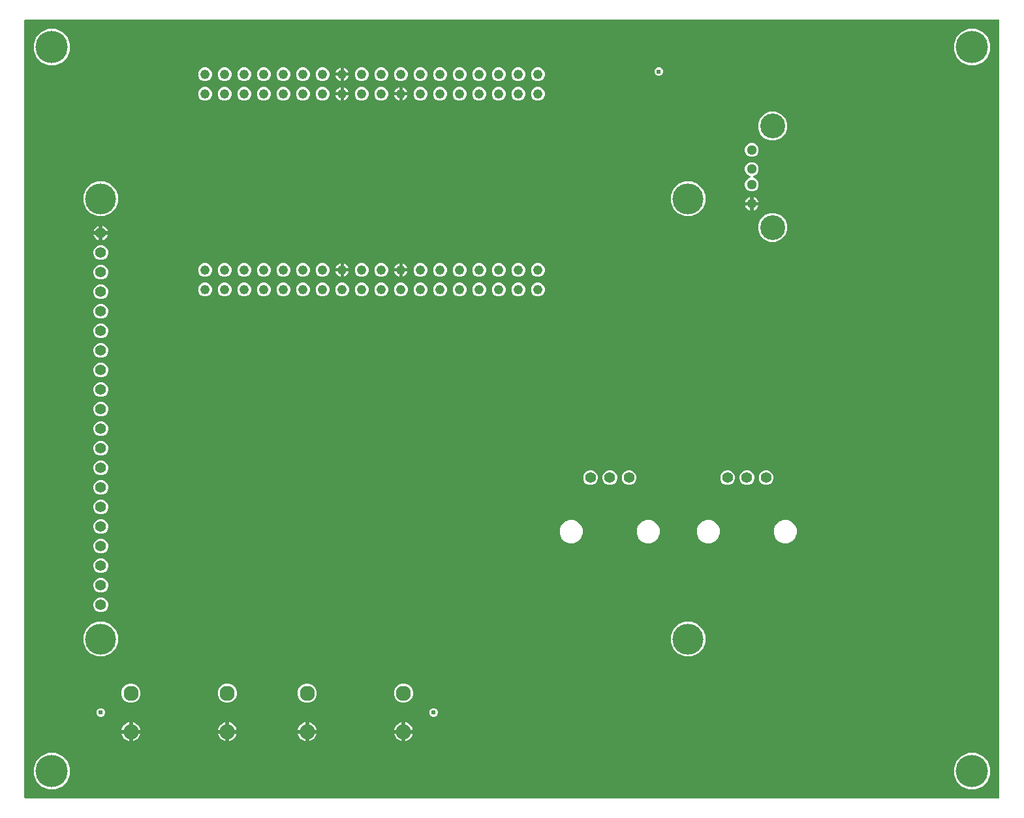
<source format=gbr>
G04 EAGLE Gerber RS-274X export*
G75*
%MOMM*%
%FSLAX34Y34*%
%LPD*%
%INCopper Layer 2*%
%IPPOS*%
%AMOC8*
5,1,8,0,0,1.08239X$1,22.5*%
G01*
%ADD10C,1.244600*%
%ADD11C,1.400000*%
%ADD12C,1.960000*%
%ADD13C,4.016000*%
%ADD14C,1.288000*%
%ADD15C,3.220000*%
%ADD16C,4.191000*%
%ADD17C,0.609600*%

G36*
X1266109Y2556D02*
X1266109Y2556D01*
X1266227Y2563D01*
X1266266Y2575D01*
X1266306Y2581D01*
X1266417Y2624D01*
X1266530Y2661D01*
X1266564Y2683D01*
X1266602Y2698D01*
X1266698Y2767D01*
X1266799Y2831D01*
X1266827Y2861D01*
X1266859Y2884D01*
X1266935Y2976D01*
X1267017Y3063D01*
X1267036Y3098D01*
X1267062Y3129D01*
X1267113Y3237D01*
X1267170Y3341D01*
X1267180Y3380D01*
X1267198Y3417D01*
X1267220Y3534D01*
X1267250Y3649D01*
X1267254Y3709D01*
X1267257Y3729D01*
X1267256Y3750D01*
X1267260Y3810D01*
X1267459Y1012190D01*
X1267444Y1012308D01*
X1267436Y1012427D01*
X1267424Y1012465D01*
X1267419Y1012505D01*
X1267375Y1012616D01*
X1267338Y1012729D01*
X1267317Y1012764D01*
X1267302Y1012801D01*
X1267232Y1012897D01*
X1267168Y1012998D01*
X1267139Y1013026D01*
X1267115Y1013058D01*
X1267023Y1013134D01*
X1266936Y1013216D01*
X1266901Y1013236D01*
X1266870Y1013261D01*
X1266762Y1013312D01*
X1266658Y1013370D01*
X1266619Y1013380D01*
X1266582Y1013397D01*
X1266465Y1013419D01*
X1266350Y1013449D01*
X1266290Y1013453D01*
X1266270Y1013457D01*
X1266250Y1013455D01*
X1266189Y1013459D01*
X3810Y1013459D01*
X3692Y1013444D01*
X3573Y1013437D01*
X3535Y1013424D01*
X3494Y1013419D01*
X3384Y1013376D01*
X3271Y1013339D01*
X3236Y1013317D01*
X3199Y1013302D01*
X3103Y1013233D01*
X3002Y1013169D01*
X2974Y1013139D01*
X2941Y1013116D01*
X2865Y1013024D01*
X2784Y1012937D01*
X2764Y1012902D01*
X2739Y1012871D01*
X2688Y1012763D01*
X2630Y1012659D01*
X2620Y1012619D01*
X2603Y1012583D01*
X2581Y1012466D01*
X2551Y1012351D01*
X2547Y1012291D01*
X2543Y1012271D01*
X2545Y1012250D01*
X2541Y1012190D01*
X2541Y3810D01*
X2556Y3692D01*
X2563Y3573D01*
X2576Y3535D01*
X2581Y3494D01*
X2624Y3384D01*
X2661Y3271D01*
X2683Y3236D01*
X2698Y3199D01*
X2767Y3103D01*
X2831Y3002D01*
X2861Y2974D01*
X2884Y2941D01*
X2976Y2865D01*
X3063Y2784D01*
X3098Y2764D01*
X3129Y2739D01*
X3237Y2688D01*
X3341Y2630D01*
X3381Y2620D01*
X3417Y2603D01*
X3534Y2581D01*
X3649Y2551D01*
X3709Y2547D01*
X3729Y2543D01*
X3750Y2545D01*
X3810Y2541D01*
X1265991Y2541D01*
X1266109Y2556D01*
G37*
%LPC*%
G36*
X1227226Y954404D02*
X1227226Y954404D01*
X1218591Y957981D01*
X1211981Y964591D01*
X1208404Y973226D01*
X1208404Y982574D01*
X1211981Y991209D01*
X1218591Y997819D01*
X1227226Y1001396D01*
X1236574Y1001396D01*
X1245209Y997819D01*
X1251819Y991209D01*
X1255396Y982574D01*
X1255396Y973226D01*
X1251819Y964591D01*
X1245209Y957981D01*
X1236574Y954404D01*
X1227226Y954404D01*
G37*
%LPD*%
%LPC*%
G36*
X33426Y954404D02*
X33426Y954404D01*
X24791Y957981D01*
X18181Y964591D01*
X14604Y973226D01*
X14604Y982574D01*
X18181Y991209D01*
X24791Y997819D01*
X33426Y1001396D01*
X42774Y1001396D01*
X51409Y997819D01*
X58019Y991209D01*
X61596Y982574D01*
X61596Y973226D01*
X58019Y964591D01*
X51409Y957981D01*
X42774Y954404D01*
X33426Y954404D01*
G37*
%LPD*%
%LPC*%
G36*
X1227226Y14604D02*
X1227226Y14604D01*
X1218591Y18181D01*
X1211981Y24791D01*
X1208404Y33426D01*
X1208404Y42774D01*
X1211981Y51409D01*
X1218591Y58019D01*
X1227226Y61596D01*
X1236574Y61596D01*
X1245209Y58019D01*
X1251819Y51409D01*
X1255396Y42774D01*
X1255396Y33426D01*
X1251819Y24791D01*
X1245209Y18181D01*
X1236574Y14604D01*
X1227226Y14604D01*
G37*
%LPD*%
%LPC*%
G36*
X33426Y14604D02*
X33426Y14604D01*
X24791Y18181D01*
X18181Y24791D01*
X14604Y33426D01*
X14604Y42774D01*
X18181Y51409D01*
X24791Y58019D01*
X33426Y61596D01*
X42774Y61596D01*
X51409Y58019D01*
X58019Y51409D01*
X61596Y42774D01*
X61596Y33426D01*
X58019Y24791D01*
X51409Y18181D01*
X42774Y14604D01*
X33426Y14604D01*
G37*
%LPD*%
%LPC*%
G36*
X97100Y186929D02*
X97100Y186929D01*
X88786Y190373D01*
X82423Y196736D01*
X78979Y205050D01*
X78979Y214050D01*
X82423Y222364D01*
X88786Y228727D01*
X97100Y232171D01*
X106100Y232171D01*
X114414Y228727D01*
X120777Y222364D01*
X124221Y214050D01*
X124221Y205050D01*
X120777Y196736D01*
X114414Y190373D01*
X106100Y186929D01*
X97100Y186929D01*
G37*
%LPD*%
%LPC*%
G36*
X859100Y758429D02*
X859100Y758429D01*
X850786Y761873D01*
X844423Y768236D01*
X840979Y776550D01*
X840979Y785550D01*
X844423Y793864D01*
X850786Y800227D01*
X859100Y803671D01*
X868100Y803671D01*
X876414Y800227D01*
X882777Y793864D01*
X886221Y785550D01*
X886221Y776550D01*
X882777Y768236D01*
X876414Y761873D01*
X868100Y758429D01*
X859100Y758429D01*
G37*
%LPD*%
%LPC*%
G36*
X97100Y758429D02*
X97100Y758429D01*
X88786Y761873D01*
X82423Y768236D01*
X78979Y776550D01*
X78979Y785550D01*
X82423Y793864D01*
X88786Y800227D01*
X97100Y803671D01*
X106100Y803671D01*
X114414Y800227D01*
X120777Y793864D01*
X124221Y785550D01*
X124221Y776550D01*
X120777Y768236D01*
X114414Y761873D01*
X106100Y758429D01*
X97100Y758429D01*
G37*
%LPD*%
%LPC*%
G36*
X859100Y186929D02*
X859100Y186929D01*
X850786Y190373D01*
X844423Y196736D01*
X840979Y205050D01*
X840979Y214050D01*
X844423Y222364D01*
X850786Y228727D01*
X859100Y232171D01*
X868100Y232171D01*
X876414Y228727D01*
X882777Y222364D01*
X886221Y214050D01*
X886221Y205050D01*
X882777Y196736D01*
X876414Y190373D01*
X868100Y186929D01*
X859100Y186929D01*
G37*
%LPD*%
%LPC*%
G36*
X969542Y725209D02*
X969542Y725209D01*
X962691Y728047D01*
X957447Y733291D01*
X954609Y740142D01*
X954609Y747558D01*
X957447Y754409D01*
X962691Y759653D01*
X969542Y762491D01*
X976958Y762491D01*
X983809Y759653D01*
X989053Y754409D01*
X991891Y747558D01*
X991891Y740142D01*
X989053Y733291D01*
X983809Y728047D01*
X976958Y725209D01*
X969542Y725209D01*
G37*
%LPD*%
%LPC*%
G36*
X969542Y856609D02*
X969542Y856609D01*
X962691Y859447D01*
X957447Y864691D01*
X954609Y871542D01*
X954609Y878958D01*
X957447Y885809D01*
X962691Y891053D01*
X969542Y893891D01*
X976958Y893891D01*
X983809Y891053D01*
X989053Y885809D01*
X991891Y878958D01*
X991891Y871542D01*
X989053Y864691D01*
X983809Y859447D01*
X976958Y856609D01*
X969542Y856609D01*
G37*
%LPD*%
%LPC*%
G36*
X986808Y334059D02*
X986808Y334059D01*
X981280Y336349D01*
X977049Y340580D01*
X974759Y346108D01*
X974759Y352092D01*
X977049Y357620D01*
X981280Y361851D01*
X986808Y364141D01*
X992792Y364141D01*
X998320Y361851D01*
X1002551Y357620D01*
X1004841Y352092D01*
X1004841Y346108D01*
X1002551Y340580D01*
X998320Y336349D01*
X992792Y334059D01*
X986808Y334059D01*
G37*
%LPD*%
%LPC*%
G36*
X886808Y334059D02*
X886808Y334059D01*
X881280Y336349D01*
X877049Y340580D01*
X874759Y346108D01*
X874759Y352092D01*
X877049Y357620D01*
X881280Y361851D01*
X886808Y364141D01*
X892792Y364141D01*
X898320Y361851D01*
X902551Y357620D01*
X904841Y352092D01*
X904841Y346108D01*
X902551Y340580D01*
X898320Y336349D01*
X892792Y334059D01*
X886808Y334059D01*
G37*
%LPD*%
%LPC*%
G36*
X809008Y334059D02*
X809008Y334059D01*
X803480Y336349D01*
X799249Y340580D01*
X796959Y346108D01*
X796959Y352092D01*
X799249Y357620D01*
X803480Y361851D01*
X809008Y364141D01*
X814992Y364141D01*
X820520Y361851D01*
X824751Y357620D01*
X827041Y352092D01*
X827041Y346108D01*
X824751Y340580D01*
X820520Y336349D01*
X814992Y334059D01*
X809008Y334059D01*
G37*
%LPD*%
%LPC*%
G36*
X709008Y334059D02*
X709008Y334059D01*
X703480Y336349D01*
X699249Y340580D01*
X696959Y346108D01*
X696959Y352092D01*
X699249Y357620D01*
X703480Y361851D01*
X709008Y364141D01*
X714992Y364141D01*
X720520Y361851D01*
X724751Y357620D01*
X727041Y352092D01*
X727041Y346108D01*
X724751Y340580D01*
X720520Y336349D01*
X714992Y334059D01*
X709008Y334059D01*
G37*
%LPD*%
%LPC*%
G36*
X944364Y790569D02*
X944364Y790569D01*
X941063Y791936D01*
X938536Y794463D01*
X937169Y797764D01*
X937169Y801336D01*
X938536Y804637D01*
X941063Y807164D01*
X943993Y808377D01*
X944114Y808446D01*
X944237Y808511D01*
X944252Y808525D01*
X944270Y808535D01*
X944370Y808632D01*
X944472Y808725D01*
X944483Y808742D01*
X944498Y808756D01*
X944571Y808875D01*
X944647Y808991D01*
X944654Y809010D01*
X944664Y809027D01*
X944705Y809160D01*
X944750Y809292D01*
X944752Y809312D01*
X944758Y809331D01*
X944765Y809470D01*
X944776Y809609D01*
X944772Y809629D01*
X944773Y809649D01*
X944745Y809785D01*
X944721Y809922D01*
X944713Y809941D01*
X944709Y809960D01*
X944647Y810086D01*
X944591Y810212D01*
X944578Y810228D01*
X944569Y810246D01*
X944479Y810352D01*
X944392Y810460D01*
X944376Y810473D01*
X944363Y810488D01*
X944249Y810568D01*
X944138Y810652D01*
X944113Y810664D01*
X944103Y810671D01*
X944083Y810678D01*
X943993Y810723D01*
X941063Y811936D01*
X938536Y814463D01*
X937169Y817764D01*
X937169Y821336D01*
X938536Y824637D01*
X941063Y827164D01*
X944364Y828531D01*
X947936Y828531D01*
X951237Y827164D01*
X953764Y824637D01*
X955131Y821336D01*
X955131Y817764D01*
X953764Y814463D01*
X951237Y811936D01*
X948307Y810723D01*
X948186Y810654D01*
X948063Y810589D01*
X948048Y810575D01*
X948030Y810565D01*
X947930Y810468D01*
X947828Y810375D01*
X947816Y810358D01*
X947802Y810344D01*
X947729Y810226D01*
X947653Y810109D01*
X947646Y810090D01*
X947636Y810073D01*
X947595Y809940D01*
X947550Y809808D01*
X947548Y809788D01*
X947542Y809769D01*
X947535Y809630D01*
X947524Y809491D01*
X947528Y809471D01*
X947527Y809451D01*
X947555Y809315D01*
X947579Y809178D01*
X947587Y809159D01*
X947591Y809140D01*
X947652Y809015D01*
X947709Y808888D01*
X947722Y808872D01*
X947731Y808854D01*
X947821Y808748D01*
X947908Y808640D01*
X947924Y808627D01*
X947937Y808612D01*
X948051Y808532D01*
X948162Y808448D01*
X948187Y808436D01*
X948197Y808429D01*
X948217Y808422D01*
X948307Y808377D01*
X951237Y807164D01*
X953764Y804637D01*
X955131Y801336D01*
X955131Y797764D01*
X953764Y794463D01*
X951237Y791936D01*
X947936Y790569D01*
X944364Y790569D01*
G37*
%LPD*%
%LPC*%
G36*
X366845Y126959D02*
X366845Y126959D01*
X362310Y128838D01*
X358838Y132310D01*
X356959Y136845D01*
X356959Y141755D01*
X358838Y146290D01*
X362310Y149762D01*
X366845Y151641D01*
X371755Y151641D01*
X376290Y149762D01*
X379762Y146290D01*
X381641Y141755D01*
X381641Y136845D01*
X379762Y132310D01*
X376290Y128838D01*
X371755Y126959D01*
X366845Y126959D01*
G37*
%LPD*%
%LPC*%
G36*
X491845Y126959D02*
X491845Y126959D01*
X487310Y128838D01*
X483838Y132310D01*
X481959Y136845D01*
X481959Y141755D01*
X483838Y146290D01*
X487310Y149762D01*
X491845Y151641D01*
X496755Y151641D01*
X501290Y149762D01*
X504762Y146290D01*
X506641Y141755D01*
X506641Y136845D01*
X504762Y132310D01*
X501290Y128838D01*
X496755Y126959D01*
X491845Y126959D01*
G37*
%LPD*%
%LPC*%
G36*
X138245Y126959D02*
X138245Y126959D01*
X133710Y128838D01*
X130238Y132310D01*
X128359Y136845D01*
X128359Y141755D01*
X130238Y146290D01*
X133710Y149762D01*
X138245Y151641D01*
X143155Y151641D01*
X147690Y149762D01*
X151162Y146290D01*
X153041Y141755D01*
X153041Y136845D01*
X151162Y132310D01*
X147690Y128838D01*
X143155Y126959D01*
X138245Y126959D01*
G37*
%LPD*%
%LPC*%
G36*
X263245Y126959D02*
X263245Y126959D01*
X258710Y128838D01*
X255238Y132310D01*
X253359Y136845D01*
X253359Y141755D01*
X255238Y146290D01*
X258710Y149762D01*
X263245Y151641D01*
X268155Y151641D01*
X272690Y149762D01*
X276162Y146290D01*
X278041Y141755D01*
X278041Y136845D01*
X276162Y132310D01*
X272690Y128838D01*
X268155Y126959D01*
X263245Y126959D01*
G37*
%LPD*%
%LPC*%
G36*
X99702Y244459D02*
X99702Y244459D01*
X96196Y245912D01*
X93512Y248596D01*
X92059Y252102D01*
X92059Y255898D01*
X93512Y259404D01*
X96196Y262088D01*
X99702Y263541D01*
X103498Y263541D01*
X107004Y262088D01*
X109688Y259404D01*
X111141Y255898D01*
X111141Y252102D01*
X109688Y248596D01*
X107004Y245912D01*
X103498Y244459D01*
X99702Y244459D01*
G37*
%LPD*%
%LPC*%
G36*
X99702Y269859D02*
X99702Y269859D01*
X96196Y271312D01*
X93512Y273996D01*
X92059Y277502D01*
X92059Y281298D01*
X93512Y284804D01*
X96196Y287488D01*
X99702Y288941D01*
X103498Y288941D01*
X107004Y287488D01*
X109688Y284804D01*
X111141Y281298D01*
X111141Y277502D01*
X109688Y273996D01*
X107004Y271312D01*
X103498Y269859D01*
X99702Y269859D01*
G37*
%LPD*%
%LPC*%
G36*
X99702Y295259D02*
X99702Y295259D01*
X96196Y296712D01*
X93512Y299396D01*
X92059Y302902D01*
X92059Y306698D01*
X93512Y310204D01*
X96196Y312888D01*
X99702Y314341D01*
X103498Y314341D01*
X107004Y312888D01*
X109688Y310204D01*
X111141Y306698D01*
X111141Y302902D01*
X109688Y299396D01*
X107004Y296712D01*
X103498Y295259D01*
X99702Y295259D01*
G37*
%LPD*%
%LPC*%
G36*
X99702Y320659D02*
X99702Y320659D01*
X96196Y322112D01*
X93512Y324796D01*
X92059Y328302D01*
X92059Y332098D01*
X93512Y335604D01*
X96196Y338288D01*
X99702Y339741D01*
X103498Y339741D01*
X107004Y338288D01*
X109688Y335604D01*
X111141Y332098D01*
X111141Y328302D01*
X109688Y324796D01*
X107004Y322112D01*
X103498Y320659D01*
X99702Y320659D01*
G37*
%LPD*%
%LPC*%
G36*
X99702Y346059D02*
X99702Y346059D01*
X96196Y347512D01*
X93512Y350196D01*
X92059Y353702D01*
X92059Y357498D01*
X93512Y361004D01*
X96196Y363688D01*
X99702Y365141D01*
X103498Y365141D01*
X107004Y363688D01*
X109688Y361004D01*
X111141Y357498D01*
X111141Y353702D01*
X109688Y350196D01*
X107004Y347512D01*
X103498Y346059D01*
X99702Y346059D01*
G37*
%LPD*%
%LPC*%
G36*
X99702Y371459D02*
X99702Y371459D01*
X96196Y372912D01*
X93512Y375596D01*
X92059Y379102D01*
X92059Y382898D01*
X93512Y386404D01*
X96196Y389088D01*
X99702Y390541D01*
X103498Y390541D01*
X107004Y389088D01*
X109688Y386404D01*
X111141Y382898D01*
X111141Y379102D01*
X109688Y375596D01*
X107004Y372912D01*
X103498Y371459D01*
X99702Y371459D01*
G37*
%LPD*%
%LPC*%
G36*
X99702Y396859D02*
X99702Y396859D01*
X96196Y398312D01*
X93512Y400996D01*
X92059Y404502D01*
X92059Y408298D01*
X93512Y411804D01*
X96196Y414488D01*
X99702Y415941D01*
X103498Y415941D01*
X107004Y414488D01*
X109688Y411804D01*
X111141Y408298D01*
X111141Y404502D01*
X109688Y400996D01*
X107004Y398312D01*
X103498Y396859D01*
X99702Y396859D01*
G37*
%LPD*%
%LPC*%
G36*
X785102Y409559D02*
X785102Y409559D01*
X781596Y411012D01*
X778912Y413696D01*
X777459Y417202D01*
X777459Y420998D01*
X778912Y424504D01*
X781596Y427188D01*
X785102Y428641D01*
X788898Y428641D01*
X792404Y427188D01*
X795088Y424504D01*
X796541Y420998D01*
X796541Y417202D01*
X795088Y413696D01*
X792404Y411012D01*
X788898Y409559D01*
X785102Y409559D01*
G37*
%LPD*%
%LPC*%
G36*
X912902Y409559D02*
X912902Y409559D01*
X909396Y411012D01*
X906712Y413696D01*
X905259Y417202D01*
X905259Y420998D01*
X906712Y424504D01*
X909396Y427188D01*
X912902Y428641D01*
X916698Y428641D01*
X920204Y427188D01*
X922888Y424504D01*
X924341Y420998D01*
X924341Y417202D01*
X922888Y413696D01*
X920204Y411012D01*
X916698Y409559D01*
X912902Y409559D01*
G37*
%LPD*%
%LPC*%
G36*
X937902Y409559D02*
X937902Y409559D01*
X934396Y411012D01*
X931712Y413696D01*
X930259Y417202D01*
X930259Y420998D01*
X931712Y424504D01*
X934396Y427188D01*
X937902Y428641D01*
X941698Y428641D01*
X945204Y427188D01*
X947888Y424504D01*
X949341Y420998D01*
X949341Y417202D01*
X947888Y413696D01*
X945204Y411012D01*
X941698Y409559D01*
X937902Y409559D01*
G37*
%LPD*%
%LPC*%
G36*
X962902Y409559D02*
X962902Y409559D01*
X959396Y411012D01*
X956712Y413696D01*
X955259Y417202D01*
X955259Y420998D01*
X956712Y424504D01*
X959396Y427188D01*
X962902Y428641D01*
X966698Y428641D01*
X970204Y427188D01*
X972888Y424504D01*
X974341Y420998D01*
X974341Y417202D01*
X972888Y413696D01*
X970204Y411012D01*
X966698Y409559D01*
X962902Y409559D01*
G37*
%LPD*%
%LPC*%
G36*
X735102Y409559D02*
X735102Y409559D01*
X731596Y411012D01*
X728912Y413696D01*
X727459Y417202D01*
X727459Y420998D01*
X728912Y424504D01*
X731596Y427188D01*
X735102Y428641D01*
X738898Y428641D01*
X742404Y427188D01*
X745088Y424504D01*
X746541Y420998D01*
X746541Y417202D01*
X745088Y413696D01*
X742404Y411012D01*
X738898Y409559D01*
X735102Y409559D01*
G37*
%LPD*%
%LPC*%
G36*
X760102Y409559D02*
X760102Y409559D01*
X756596Y411012D01*
X753912Y413696D01*
X752459Y417202D01*
X752459Y420998D01*
X753912Y424504D01*
X756596Y427188D01*
X760102Y428641D01*
X763898Y428641D01*
X767404Y427188D01*
X770088Y424504D01*
X771541Y420998D01*
X771541Y417202D01*
X770088Y413696D01*
X767404Y411012D01*
X763898Y409559D01*
X760102Y409559D01*
G37*
%LPD*%
%LPC*%
G36*
X99702Y422259D02*
X99702Y422259D01*
X96196Y423712D01*
X93512Y426396D01*
X92059Y429902D01*
X92059Y433698D01*
X93512Y437204D01*
X96196Y439888D01*
X99702Y441341D01*
X103498Y441341D01*
X107004Y439888D01*
X109688Y437204D01*
X111141Y433698D01*
X111141Y429902D01*
X109688Y426396D01*
X107004Y423712D01*
X103498Y422259D01*
X99702Y422259D01*
G37*
%LPD*%
%LPC*%
G36*
X99702Y447659D02*
X99702Y447659D01*
X96196Y449112D01*
X93512Y451796D01*
X92059Y455302D01*
X92059Y459098D01*
X93512Y462604D01*
X96196Y465288D01*
X99702Y466741D01*
X103498Y466741D01*
X107004Y465288D01*
X109688Y462604D01*
X111141Y459098D01*
X111141Y455302D01*
X109688Y451796D01*
X107004Y449112D01*
X103498Y447659D01*
X99702Y447659D01*
G37*
%LPD*%
%LPC*%
G36*
X99702Y473059D02*
X99702Y473059D01*
X96196Y474512D01*
X93512Y477196D01*
X92059Y480702D01*
X92059Y484498D01*
X93512Y488004D01*
X96196Y490688D01*
X99702Y492141D01*
X103498Y492141D01*
X107004Y490688D01*
X109688Y488004D01*
X111141Y484498D01*
X111141Y480702D01*
X109688Y477196D01*
X107004Y474512D01*
X103498Y473059D01*
X99702Y473059D01*
G37*
%LPD*%
%LPC*%
G36*
X99702Y498459D02*
X99702Y498459D01*
X96196Y499912D01*
X93512Y502596D01*
X92059Y506102D01*
X92059Y509898D01*
X93512Y513404D01*
X96196Y516088D01*
X99702Y517541D01*
X103498Y517541D01*
X107004Y516088D01*
X109688Y513404D01*
X111141Y509898D01*
X111141Y506102D01*
X109688Y502596D01*
X107004Y499912D01*
X103498Y498459D01*
X99702Y498459D01*
G37*
%LPD*%
%LPC*%
G36*
X99702Y523859D02*
X99702Y523859D01*
X96196Y525312D01*
X93512Y527996D01*
X92059Y531502D01*
X92059Y535298D01*
X93512Y538804D01*
X96196Y541488D01*
X99702Y542941D01*
X103498Y542941D01*
X107004Y541488D01*
X109688Y538804D01*
X111141Y535298D01*
X111141Y531502D01*
X109688Y527996D01*
X107004Y525312D01*
X103498Y523859D01*
X99702Y523859D01*
G37*
%LPD*%
%LPC*%
G36*
X99702Y549259D02*
X99702Y549259D01*
X96196Y550712D01*
X93512Y553396D01*
X92059Y556902D01*
X92059Y560698D01*
X93512Y564204D01*
X96196Y566888D01*
X99702Y568341D01*
X103498Y568341D01*
X107004Y566888D01*
X109688Y564204D01*
X111141Y560698D01*
X111141Y556902D01*
X109688Y553396D01*
X107004Y550712D01*
X103498Y549259D01*
X99702Y549259D01*
G37*
%LPD*%
%LPC*%
G36*
X99702Y574659D02*
X99702Y574659D01*
X96196Y576112D01*
X93512Y578796D01*
X92059Y582302D01*
X92059Y586098D01*
X93512Y589604D01*
X96196Y592288D01*
X99702Y593741D01*
X103498Y593741D01*
X107004Y592288D01*
X109688Y589604D01*
X111141Y586098D01*
X111141Y582302D01*
X109688Y578796D01*
X107004Y576112D01*
X103498Y574659D01*
X99702Y574659D01*
G37*
%LPD*%
%LPC*%
G36*
X99702Y600059D02*
X99702Y600059D01*
X96196Y601512D01*
X93512Y604196D01*
X92059Y607702D01*
X92059Y611498D01*
X93512Y615004D01*
X96196Y617688D01*
X99702Y619141D01*
X103498Y619141D01*
X107004Y617688D01*
X109688Y615004D01*
X111141Y611498D01*
X111141Y607702D01*
X109688Y604196D01*
X107004Y601512D01*
X103498Y600059D01*
X99702Y600059D01*
G37*
%LPD*%
%LPC*%
G36*
X99702Y625459D02*
X99702Y625459D01*
X96196Y626912D01*
X93512Y629596D01*
X92059Y633102D01*
X92059Y636898D01*
X93512Y640404D01*
X96196Y643088D01*
X99702Y644541D01*
X103498Y644541D01*
X107004Y643088D01*
X109688Y640404D01*
X111141Y636898D01*
X111141Y633102D01*
X109688Y629596D01*
X107004Y626912D01*
X103498Y625459D01*
X99702Y625459D01*
G37*
%LPD*%
%LPC*%
G36*
X99702Y650859D02*
X99702Y650859D01*
X96196Y652312D01*
X93512Y654996D01*
X92059Y658502D01*
X92059Y662298D01*
X93512Y665804D01*
X96196Y668488D01*
X99702Y669941D01*
X103498Y669941D01*
X107004Y668488D01*
X109688Y665804D01*
X111141Y662298D01*
X111141Y658502D01*
X109688Y654996D01*
X107004Y652312D01*
X103498Y650859D01*
X99702Y650859D01*
G37*
%LPD*%
%LPC*%
G36*
X99702Y676259D02*
X99702Y676259D01*
X96196Y677712D01*
X93512Y680396D01*
X92059Y683902D01*
X92059Y687698D01*
X93512Y691204D01*
X96196Y693888D01*
X99702Y695341D01*
X103498Y695341D01*
X107004Y693888D01*
X109688Y691204D01*
X111141Y687698D01*
X111141Y683902D01*
X109688Y680396D01*
X107004Y677712D01*
X103498Y676259D01*
X99702Y676259D01*
G37*
%LPD*%
%LPC*%
G36*
X99702Y701659D02*
X99702Y701659D01*
X96196Y703112D01*
X93512Y705796D01*
X92059Y709302D01*
X92059Y713098D01*
X93512Y716604D01*
X96196Y719288D01*
X99702Y720741D01*
X103498Y720741D01*
X107004Y719288D01*
X109688Y716604D01*
X111141Y713098D01*
X111141Y709302D01*
X109688Y705796D01*
X107004Y703112D01*
X103498Y701659D01*
X99702Y701659D01*
G37*
%LPD*%
%LPC*%
G36*
X944364Y835569D02*
X944364Y835569D01*
X941063Y836936D01*
X938536Y839463D01*
X937169Y842764D01*
X937169Y846336D01*
X938536Y849637D01*
X941063Y852164D01*
X944364Y853531D01*
X947936Y853531D01*
X951237Y852164D01*
X953764Y849637D01*
X955131Y846336D01*
X955131Y842764D01*
X953764Y839463D01*
X951237Y836936D01*
X947936Y835569D01*
X944364Y835569D01*
G37*
%LPD*%
%LPC*%
G36*
X311357Y679836D02*
X311357Y679836D01*
X308136Y681170D01*
X305670Y683636D01*
X304336Y686857D01*
X304336Y690343D01*
X305670Y693564D01*
X308136Y696030D01*
X311357Y697364D01*
X314843Y697364D01*
X318064Y696030D01*
X320530Y693564D01*
X321864Y690343D01*
X321864Y686857D01*
X320530Y683636D01*
X318064Y681170D01*
X314843Y679836D01*
X311357Y679836D01*
G37*
%LPD*%
%LPC*%
G36*
X616157Y654436D02*
X616157Y654436D01*
X612936Y655770D01*
X610470Y658236D01*
X609136Y661457D01*
X609136Y664943D01*
X610470Y668164D01*
X612936Y670630D01*
X616157Y671964D01*
X619643Y671964D01*
X622864Y670630D01*
X625330Y668164D01*
X626664Y664943D01*
X626664Y661457D01*
X625330Y658236D01*
X622864Y655770D01*
X619643Y654436D01*
X616157Y654436D01*
G37*
%LPD*%
%LPC*%
G36*
X311357Y933836D02*
X311357Y933836D01*
X308136Y935170D01*
X305670Y937636D01*
X304336Y940857D01*
X304336Y944343D01*
X305670Y947564D01*
X308136Y950030D01*
X311357Y951364D01*
X314843Y951364D01*
X318064Y950030D01*
X320530Y947564D01*
X321864Y944343D01*
X321864Y940857D01*
X320530Y937636D01*
X318064Y935170D01*
X314843Y933836D01*
X311357Y933836D01*
G37*
%LPD*%
%LPC*%
G36*
X387557Y933836D02*
X387557Y933836D01*
X384336Y935170D01*
X381870Y937636D01*
X380536Y940857D01*
X380536Y944343D01*
X381870Y947564D01*
X384336Y950030D01*
X387557Y951364D01*
X391043Y951364D01*
X394264Y950030D01*
X396730Y947564D01*
X398064Y944343D01*
X398064Y940857D01*
X396730Y937636D01*
X394264Y935170D01*
X391043Y933836D01*
X387557Y933836D01*
G37*
%LPD*%
%LPC*%
G36*
X285957Y933836D02*
X285957Y933836D01*
X282736Y935170D01*
X280270Y937636D01*
X278936Y940857D01*
X278936Y944343D01*
X280270Y947564D01*
X282736Y950030D01*
X285957Y951364D01*
X289443Y951364D01*
X292664Y950030D01*
X295130Y947564D01*
X296464Y944343D01*
X296464Y940857D01*
X295130Y937636D01*
X292664Y935170D01*
X289443Y933836D01*
X285957Y933836D01*
G37*
%LPD*%
%LPC*%
G36*
X438357Y933836D02*
X438357Y933836D01*
X435136Y935170D01*
X432670Y937636D01*
X431336Y940857D01*
X431336Y944343D01*
X432670Y947564D01*
X435136Y950030D01*
X438357Y951364D01*
X441843Y951364D01*
X445064Y950030D01*
X447530Y947564D01*
X448864Y944343D01*
X448864Y940857D01*
X447530Y937636D01*
X445064Y935170D01*
X441843Y933836D01*
X438357Y933836D01*
G37*
%LPD*%
%LPC*%
G36*
X463757Y933836D02*
X463757Y933836D01*
X460536Y935170D01*
X458070Y937636D01*
X456736Y940857D01*
X456736Y944343D01*
X458070Y947564D01*
X460536Y950030D01*
X463757Y951364D01*
X467243Y951364D01*
X470464Y950030D01*
X472930Y947564D01*
X474264Y944343D01*
X474264Y940857D01*
X472930Y937636D01*
X470464Y935170D01*
X467243Y933836D01*
X463757Y933836D01*
G37*
%LPD*%
%LPC*%
G36*
X489157Y933836D02*
X489157Y933836D01*
X485936Y935170D01*
X483470Y937636D01*
X482136Y940857D01*
X482136Y944343D01*
X483470Y947564D01*
X485936Y950030D01*
X489157Y951364D01*
X492643Y951364D01*
X495864Y950030D01*
X498330Y947564D01*
X499664Y944343D01*
X499664Y940857D01*
X498330Y937636D01*
X495864Y935170D01*
X492643Y933836D01*
X489157Y933836D01*
G37*
%LPD*%
%LPC*%
G36*
X260557Y933836D02*
X260557Y933836D01*
X257336Y935170D01*
X254870Y937636D01*
X253536Y940857D01*
X253536Y944343D01*
X254870Y947564D01*
X257336Y950030D01*
X260557Y951364D01*
X264043Y951364D01*
X267264Y950030D01*
X269730Y947564D01*
X271064Y944343D01*
X271064Y940857D01*
X269730Y937636D01*
X267264Y935170D01*
X264043Y933836D01*
X260557Y933836D01*
G37*
%LPD*%
%LPC*%
G36*
X666957Y933836D02*
X666957Y933836D01*
X663736Y935170D01*
X661270Y937636D01*
X659936Y940857D01*
X659936Y944343D01*
X661270Y947564D01*
X663736Y950030D01*
X666957Y951364D01*
X670443Y951364D01*
X673664Y950030D01*
X676130Y947564D01*
X677464Y944343D01*
X677464Y940857D01*
X676130Y937636D01*
X673664Y935170D01*
X670443Y933836D01*
X666957Y933836D01*
G37*
%LPD*%
%LPC*%
G36*
X235157Y933836D02*
X235157Y933836D01*
X231936Y935170D01*
X229470Y937636D01*
X228136Y940857D01*
X228136Y944343D01*
X229470Y947564D01*
X231936Y950030D01*
X235157Y951364D01*
X238643Y951364D01*
X241864Y950030D01*
X244330Y947564D01*
X245664Y944343D01*
X245664Y940857D01*
X244330Y937636D01*
X241864Y935170D01*
X238643Y933836D01*
X235157Y933836D01*
G37*
%LPD*%
%LPC*%
G36*
X362157Y933836D02*
X362157Y933836D01*
X358936Y935170D01*
X356470Y937636D01*
X355136Y940857D01*
X355136Y944343D01*
X356470Y947564D01*
X358936Y950030D01*
X362157Y951364D01*
X365643Y951364D01*
X368864Y950030D01*
X371330Y947564D01*
X372664Y944343D01*
X372664Y940857D01*
X371330Y937636D01*
X368864Y935170D01*
X365643Y933836D01*
X362157Y933836D01*
G37*
%LPD*%
%LPC*%
G36*
X514557Y933836D02*
X514557Y933836D01*
X511336Y935170D01*
X508870Y937636D01*
X507536Y940857D01*
X507536Y944343D01*
X508870Y947564D01*
X511336Y950030D01*
X514557Y951364D01*
X518043Y951364D01*
X521264Y950030D01*
X523730Y947564D01*
X525064Y944343D01*
X525064Y940857D01*
X523730Y937636D01*
X521264Y935170D01*
X518043Y933836D01*
X514557Y933836D01*
G37*
%LPD*%
%LPC*%
G36*
X641557Y933836D02*
X641557Y933836D01*
X638336Y935170D01*
X635870Y937636D01*
X634536Y940857D01*
X634536Y944343D01*
X635870Y947564D01*
X638336Y950030D01*
X641557Y951364D01*
X645043Y951364D01*
X648264Y950030D01*
X650730Y947564D01*
X652064Y944343D01*
X652064Y940857D01*
X650730Y937636D01*
X648264Y935170D01*
X645043Y933836D01*
X641557Y933836D01*
G37*
%LPD*%
%LPC*%
G36*
X616157Y933836D02*
X616157Y933836D01*
X612936Y935170D01*
X610470Y937636D01*
X609136Y940857D01*
X609136Y944343D01*
X610470Y947564D01*
X612936Y950030D01*
X616157Y951364D01*
X619643Y951364D01*
X622864Y950030D01*
X625330Y947564D01*
X626664Y944343D01*
X626664Y940857D01*
X625330Y937636D01*
X622864Y935170D01*
X619643Y933836D01*
X616157Y933836D01*
G37*
%LPD*%
%LPC*%
G36*
X590757Y933836D02*
X590757Y933836D01*
X587536Y935170D01*
X585070Y937636D01*
X583736Y940857D01*
X583736Y944343D01*
X585070Y947564D01*
X587536Y950030D01*
X590757Y951364D01*
X594243Y951364D01*
X597464Y950030D01*
X599930Y947564D01*
X601264Y944343D01*
X601264Y940857D01*
X599930Y937636D01*
X597464Y935170D01*
X594243Y933836D01*
X590757Y933836D01*
G37*
%LPD*%
%LPC*%
G36*
X565357Y933836D02*
X565357Y933836D01*
X562136Y935170D01*
X559670Y937636D01*
X558336Y940857D01*
X558336Y944343D01*
X559670Y947564D01*
X562136Y950030D01*
X565357Y951364D01*
X568843Y951364D01*
X572064Y950030D01*
X574530Y947564D01*
X575864Y944343D01*
X575864Y940857D01*
X574530Y937636D01*
X572064Y935170D01*
X568843Y933836D01*
X565357Y933836D01*
G37*
%LPD*%
%LPC*%
G36*
X311357Y908436D02*
X311357Y908436D01*
X308136Y909770D01*
X305670Y912236D01*
X304336Y915457D01*
X304336Y918943D01*
X305670Y922164D01*
X308136Y924630D01*
X311357Y925964D01*
X314843Y925964D01*
X318064Y924630D01*
X320530Y922164D01*
X321864Y918943D01*
X321864Y915457D01*
X320530Y912236D01*
X318064Y909770D01*
X314843Y908436D01*
X311357Y908436D01*
G37*
%LPD*%
%LPC*%
G36*
X260557Y679836D02*
X260557Y679836D01*
X257336Y681170D01*
X254870Y683636D01*
X253536Y686857D01*
X253536Y690343D01*
X254870Y693564D01*
X257336Y696030D01*
X260557Y697364D01*
X264043Y697364D01*
X267264Y696030D01*
X269730Y693564D01*
X271064Y690343D01*
X271064Y686857D01*
X269730Y683636D01*
X267264Y681170D01*
X264043Y679836D01*
X260557Y679836D01*
G37*
%LPD*%
%LPC*%
G36*
X235157Y679836D02*
X235157Y679836D01*
X231936Y681170D01*
X229470Y683636D01*
X228136Y686857D01*
X228136Y690343D01*
X229470Y693564D01*
X231936Y696030D01*
X235157Y697364D01*
X238643Y697364D01*
X241864Y696030D01*
X244330Y693564D01*
X245664Y690343D01*
X245664Y686857D01*
X244330Y683636D01*
X241864Y681170D01*
X238643Y679836D01*
X235157Y679836D01*
G37*
%LPD*%
%LPC*%
G36*
X666957Y679836D02*
X666957Y679836D01*
X663736Y681170D01*
X661270Y683636D01*
X659936Y686857D01*
X659936Y690343D01*
X661270Y693564D01*
X663736Y696030D01*
X666957Y697364D01*
X670443Y697364D01*
X673664Y696030D01*
X676130Y693564D01*
X677464Y690343D01*
X677464Y686857D01*
X676130Y683636D01*
X673664Y681170D01*
X670443Y679836D01*
X666957Y679836D01*
G37*
%LPD*%
%LPC*%
G36*
X641557Y679836D02*
X641557Y679836D01*
X638336Y681170D01*
X635870Y683636D01*
X634536Y686857D01*
X634536Y690343D01*
X635870Y693564D01*
X638336Y696030D01*
X641557Y697364D01*
X645043Y697364D01*
X648264Y696030D01*
X650730Y693564D01*
X652064Y690343D01*
X652064Y686857D01*
X650730Y683636D01*
X648264Y681170D01*
X645043Y679836D01*
X641557Y679836D01*
G37*
%LPD*%
%LPC*%
G36*
X616157Y679836D02*
X616157Y679836D01*
X612936Y681170D01*
X610470Y683636D01*
X609136Y686857D01*
X609136Y690343D01*
X610470Y693564D01*
X612936Y696030D01*
X616157Y697364D01*
X619643Y697364D01*
X622864Y696030D01*
X625330Y693564D01*
X626664Y690343D01*
X626664Y686857D01*
X625330Y683636D01*
X622864Y681170D01*
X619643Y679836D01*
X616157Y679836D01*
G37*
%LPD*%
%LPC*%
G36*
X590757Y679836D02*
X590757Y679836D01*
X587536Y681170D01*
X585070Y683636D01*
X583736Y686857D01*
X583736Y690343D01*
X585070Y693564D01*
X587536Y696030D01*
X590757Y697364D01*
X594243Y697364D01*
X597464Y696030D01*
X599930Y693564D01*
X601264Y690343D01*
X601264Y686857D01*
X599930Y683636D01*
X597464Y681170D01*
X594243Y679836D01*
X590757Y679836D01*
G37*
%LPD*%
%LPC*%
G36*
X565357Y679836D02*
X565357Y679836D01*
X562136Y681170D01*
X559670Y683636D01*
X558336Y686857D01*
X558336Y690343D01*
X559670Y693564D01*
X562136Y696030D01*
X565357Y697364D01*
X568843Y697364D01*
X572064Y696030D01*
X574530Y693564D01*
X575864Y690343D01*
X575864Y686857D01*
X574530Y683636D01*
X572064Y681170D01*
X568843Y679836D01*
X565357Y679836D01*
G37*
%LPD*%
%LPC*%
G36*
X336757Y933836D02*
X336757Y933836D01*
X333536Y935170D01*
X331070Y937636D01*
X329736Y940857D01*
X329736Y944343D01*
X331070Y947564D01*
X333536Y950030D01*
X336757Y951364D01*
X340243Y951364D01*
X343464Y950030D01*
X345930Y947564D01*
X347264Y944343D01*
X347264Y940857D01*
X345930Y937636D01*
X343464Y935170D01*
X340243Y933836D01*
X336757Y933836D01*
G37*
%LPD*%
%LPC*%
G36*
X514557Y679836D02*
X514557Y679836D01*
X511336Y681170D01*
X508870Y683636D01*
X507536Y686857D01*
X507536Y690343D01*
X508870Y693564D01*
X511336Y696030D01*
X514557Y697364D01*
X518043Y697364D01*
X521264Y696030D01*
X523730Y693564D01*
X525064Y690343D01*
X525064Y686857D01*
X523730Y683636D01*
X521264Y681170D01*
X518043Y679836D01*
X514557Y679836D01*
G37*
%LPD*%
%LPC*%
G36*
X463757Y679836D02*
X463757Y679836D01*
X460536Y681170D01*
X458070Y683636D01*
X456736Y686857D01*
X456736Y690343D01*
X458070Y693564D01*
X460536Y696030D01*
X463757Y697364D01*
X467243Y697364D01*
X470464Y696030D01*
X472930Y693564D01*
X474264Y690343D01*
X474264Y686857D01*
X472930Y683636D01*
X470464Y681170D01*
X467243Y679836D01*
X463757Y679836D01*
G37*
%LPD*%
%LPC*%
G36*
X438357Y679836D02*
X438357Y679836D01*
X435136Y681170D01*
X432670Y683636D01*
X431336Y686857D01*
X431336Y690343D01*
X432670Y693564D01*
X435136Y696030D01*
X438357Y697364D01*
X441843Y697364D01*
X445064Y696030D01*
X447530Y693564D01*
X448864Y690343D01*
X448864Y686857D01*
X447530Y683636D01*
X445064Y681170D01*
X441843Y679836D01*
X438357Y679836D01*
G37*
%LPD*%
%LPC*%
G36*
X387557Y679836D02*
X387557Y679836D01*
X384336Y681170D01*
X381870Y683636D01*
X380536Y686857D01*
X380536Y690343D01*
X381870Y693564D01*
X384336Y696030D01*
X387557Y697364D01*
X391043Y697364D01*
X394264Y696030D01*
X396730Y693564D01*
X398064Y690343D01*
X398064Y686857D01*
X396730Y683636D01*
X394264Y681170D01*
X391043Y679836D01*
X387557Y679836D01*
G37*
%LPD*%
%LPC*%
G36*
X362157Y679836D02*
X362157Y679836D01*
X358936Y681170D01*
X356470Y683636D01*
X355136Y686857D01*
X355136Y690343D01*
X356470Y693564D01*
X358936Y696030D01*
X362157Y697364D01*
X365643Y697364D01*
X368864Y696030D01*
X371330Y693564D01*
X372664Y690343D01*
X372664Y686857D01*
X371330Y683636D01*
X368864Y681170D01*
X365643Y679836D01*
X362157Y679836D01*
G37*
%LPD*%
%LPC*%
G36*
X336757Y679836D02*
X336757Y679836D01*
X333536Y681170D01*
X331070Y683636D01*
X329736Y686857D01*
X329736Y690343D01*
X331070Y693564D01*
X333536Y696030D01*
X336757Y697364D01*
X340243Y697364D01*
X343464Y696030D01*
X345930Y693564D01*
X347264Y690343D01*
X347264Y686857D01*
X345930Y683636D01*
X343464Y681170D01*
X340243Y679836D01*
X336757Y679836D01*
G37*
%LPD*%
%LPC*%
G36*
X285957Y908436D02*
X285957Y908436D01*
X282736Y909770D01*
X280270Y912236D01*
X278936Y915457D01*
X278936Y918943D01*
X280270Y922164D01*
X282736Y924630D01*
X285957Y925964D01*
X289443Y925964D01*
X292664Y924630D01*
X295130Y922164D01*
X296464Y918943D01*
X296464Y915457D01*
X295130Y912236D01*
X292664Y909770D01*
X289443Y908436D01*
X285957Y908436D01*
G37*
%LPD*%
%LPC*%
G36*
X285957Y679836D02*
X285957Y679836D01*
X282736Y681170D01*
X280270Y683636D01*
X278936Y686857D01*
X278936Y690343D01*
X280270Y693564D01*
X282736Y696030D01*
X285957Y697364D01*
X289443Y697364D01*
X292664Y696030D01*
X295130Y693564D01*
X296464Y690343D01*
X296464Y686857D01*
X295130Y683636D01*
X292664Y681170D01*
X289443Y679836D01*
X285957Y679836D01*
G37*
%LPD*%
%LPC*%
G36*
X666957Y908436D02*
X666957Y908436D01*
X663736Y909770D01*
X661270Y912236D01*
X659936Y915457D01*
X659936Y918943D01*
X661270Y922164D01*
X663736Y924630D01*
X666957Y925964D01*
X670443Y925964D01*
X673664Y924630D01*
X676130Y922164D01*
X677464Y918943D01*
X677464Y915457D01*
X676130Y912236D01*
X673664Y909770D01*
X670443Y908436D01*
X666957Y908436D01*
G37*
%LPD*%
%LPC*%
G36*
X641557Y908436D02*
X641557Y908436D01*
X638336Y909770D01*
X635870Y912236D01*
X634536Y915457D01*
X634536Y918943D01*
X635870Y922164D01*
X638336Y924630D01*
X641557Y925964D01*
X645043Y925964D01*
X648264Y924630D01*
X650730Y922164D01*
X652064Y918943D01*
X652064Y915457D01*
X650730Y912236D01*
X648264Y909770D01*
X645043Y908436D01*
X641557Y908436D01*
G37*
%LPD*%
%LPC*%
G36*
X539957Y933836D02*
X539957Y933836D01*
X536736Y935170D01*
X534270Y937636D01*
X532936Y940857D01*
X532936Y944343D01*
X534270Y947564D01*
X536736Y950030D01*
X539957Y951364D01*
X543443Y951364D01*
X546664Y950030D01*
X549130Y947564D01*
X550464Y944343D01*
X550464Y940857D01*
X549130Y937636D01*
X546664Y935170D01*
X543443Y933836D01*
X539957Y933836D01*
G37*
%LPD*%
%LPC*%
G36*
X616157Y908436D02*
X616157Y908436D01*
X612936Y909770D01*
X610470Y912236D01*
X609136Y915457D01*
X609136Y918943D01*
X610470Y922164D01*
X612936Y924630D01*
X616157Y925964D01*
X619643Y925964D01*
X622864Y924630D01*
X625330Y922164D01*
X626664Y918943D01*
X626664Y915457D01*
X625330Y912236D01*
X622864Y909770D01*
X619643Y908436D01*
X616157Y908436D01*
G37*
%LPD*%
%LPC*%
G36*
X590757Y908436D02*
X590757Y908436D01*
X587536Y909770D01*
X585070Y912236D01*
X583736Y915457D01*
X583736Y918943D01*
X585070Y922164D01*
X587536Y924630D01*
X590757Y925964D01*
X594243Y925964D01*
X597464Y924630D01*
X599930Y922164D01*
X601264Y918943D01*
X601264Y915457D01*
X599930Y912236D01*
X597464Y909770D01*
X594243Y908436D01*
X590757Y908436D01*
G37*
%LPD*%
%LPC*%
G36*
X565357Y908436D02*
X565357Y908436D01*
X562136Y909770D01*
X559670Y912236D01*
X558336Y915457D01*
X558336Y918943D01*
X559670Y922164D01*
X562136Y924630D01*
X565357Y925964D01*
X568843Y925964D01*
X572064Y924630D01*
X574530Y922164D01*
X575864Y918943D01*
X575864Y915457D01*
X574530Y912236D01*
X572064Y909770D01*
X568843Y908436D01*
X565357Y908436D01*
G37*
%LPD*%
%LPC*%
G36*
X539957Y908436D02*
X539957Y908436D01*
X536736Y909770D01*
X534270Y912236D01*
X532936Y915457D01*
X532936Y918943D01*
X534270Y922164D01*
X536736Y924630D01*
X539957Y925964D01*
X543443Y925964D01*
X546664Y924630D01*
X549130Y922164D01*
X550464Y918943D01*
X550464Y915457D01*
X549130Y912236D01*
X546664Y909770D01*
X543443Y908436D01*
X539957Y908436D01*
G37*
%LPD*%
%LPC*%
G36*
X514557Y908436D02*
X514557Y908436D01*
X511336Y909770D01*
X508870Y912236D01*
X507536Y915457D01*
X507536Y918943D01*
X508870Y922164D01*
X511336Y924630D01*
X514557Y925964D01*
X518043Y925964D01*
X521264Y924630D01*
X523730Y922164D01*
X525064Y918943D01*
X525064Y915457D01*
X523730Y912236D01*
X521264Y909770D01*
X518043Y908436D01*
X514557Y908436D01*
G37*
%LPD*%
%LPC*%
G36*
X463757Y908436D02*
X463757Y908436D01*
X460536Y909770D01*
X458070Y912236D01*
X456736Y915457D01*
X456736Y918943D01*
X458070Y922164D01*
X460536Y924630D01*
X463757Y925964D01*
X467243Y925964D01*
X470464Y924630D01*
X472930Y922164D01*
X474264Y918943D01*
X474264Y915457D01*
X472930Y912236D01*
X470464Y909770D01*
X467243Y908436D01*
X463757Y908436D01*
G37*
%LPD*%
%LPC*%
G36*
X463757Y654436D02*
X463757Y654436D01*
X460536Y655770D01*
X458070Y658236D01*
X456736Y661457D01*
X456736Y664943D01*
X458070Y668164D01*
X460536Y670630D01*
X463757Y671964D01*
X467243Y671964D01*
X470464Y670630D01*
X472930Y668164D01*
X474264Y664943D01*
X474264Y661457D01*
X472930Y658236D01*
X470464Y655770D01*
X467243Y654436D01*
X463757Y654436D01*
G37*
%LPD*%
%LPC*%
G36*
X438357Y654436D02*
X438357Y654436D01*
X435136Y655770D01*
X432670Y658236D01*
X431336Y661457D01*
X431336Y664943D01*
X432670Y668164D01*
X435136Y670630D01*
X438357Y671964D01*
X441843Y671964D01*
X445064Y670630D01*
X447530Y668164D01*
X448864Y664943D01*
X448864Y661457D01*
X447530Y658236D01*
X445064Y655770D01*
X441843Y654436D01*
X438357Y654436D01*
G37*
%LPD*%
%LPC*%
G36*
X666957Y654436D02*
X666957Y654436D01*
X663736Y655770D01*
X661270Y658236D01*
X659936Y661457D01*
X659936Y664943D01*
X661270Y668164D01*
X663736Y670630D01*
X666957Y671964D01*
X670443Y671964D01*
X673664Y670630D01*
X676130Y668164D01*
X677464Y664943D01*
X677464Y661457D01*
X676130Y658236D01*
X673664Y655770D01*
X670443Y654436D01*
X666957Y654436D01*
G37*
%LPD*%
%LPC*%
G36*
X641557Y654436D02*
X641557Y654436D01*
X638336Y655770D01*
X635870Y658236D01*
X634536Y661457D01*
X634536Y664943D01*
X635870Y668164D01*
X638336Y670630D01*
X641557Y671964D01*
X645043Y671964D01*
X648264Y670630D01*
X650730Y668164D01*
X652064Y664943D01*
X652064Y661457D01*
X650730Y658236D01*
X648264Y655770D01*
X645043Y654436D01*
X641557Y654436D01*
G37*
%LPD*%
%LPC*%
G36*
X539957Y679836D02*
X539957Y679836D01*
X536736Y681170D01*
X534270Y683636D01*
X532936Y686857D01*
X532936Y690343D01*
X534270Y693564D01*
X536736Y696030D01*
X539957Y697364D01*
X543443Y697364D01*
X546664Y696030D01*
X549130Y693564D01*
X550464Y690343D01*
X550464Y686857D01*
X549130Y683636D01*
X546664Y681170D01*
X543443Y679836D01*
X539957Y679836D01*
G37*
%LPD*%
%LPC*%
G36*
X590757Y654436D02*
X590757Y654436D01*
X587536Y655770D01*
X585070Y658236D01*
X583736Y661457D01*
X583736Y664943D01*
X585070Y668164D01*
X587536Y670630D01*
X590757Y671964D01*
X594243Y671964D01*
X597464Y670630D01*
X599930Y668164D01*
X601264Y664943D01*
X601264Y661457D01*
X599930Y658236D01*
X597464Y655770D01*
X594243Y654436D01*
X590757Y654436D01*
G37*
%LPD*%
%LPC*%
G36*
X565357Y654436D02*
X565357Y654436D01*
X562136Y655770D01*
X559670Y658236D01*
X558336Y661457D01*
X558336Y664943D01*
X559670Y668164D01*
X562136Y670630D01*
X565357Y671964D01*
X568843Y671964D01*
X572064Y670630D01*
X574530Y668164D01*
X575864Y664943D01*
X575864Y661457D01*
X574530Y658236D01*
X572064Y655770D01*
X568843Y654436D01*
X565357Y654436D01*
G37*
%LPD*%
%LPC*%
G36*
X539957Y654436D02*
X539957Y654436D01*
X536736Y655770D01*
X534270Y658236D01*
X532936Y661457D01*
X532936Y664943D01*
X534270Y668164D01*
X536736Y670630D01*
X539957Y671964D01*
X543443Y671964D01*
X546664Y670630D01*
X549130Y668164D01*
X550464Y664943D01*
X550464Y661457D01*
X549130Y658236D01*
X546664Y655770D01*
X543443Y654436D01*
X539957Y654436D01*
G37*
%LPD*%
%LPC*%
G36*
X514557Y654436D02*
X514557Y654436D01*
X511336Y655770D01*
X508870Y658236D01*
X507536Y661457D01*
X507536Y664943D01*
X508870Y668164D01*
X511336Y670630D01*
X514557Y671964D01*
X518043Y671964D01*
X521264Y670630D01*
X523730Y668164D01*
X525064Y664943D01*
X525064Y661457D01*
X523730Y658236D01*
X521264Y655770D01*
X518043Y654436D01*
X514557Y654436D01*
G37*
%LPD*%
%LPC*%
G36*
X489157Y654436D02*
X489157Y654436D01*
X485936Y655770D01*
X483470Y658236D01*
X482136Y661457D01*
X482136Y664943D01*
X483470Y668164D01*
X485936Y670630D01*
X489157Y671964D01*
X492643Y671964D01*
X495864Y670630D01*
X498330Y668164D01*
X499664Y664943D01*
X499664Y661457D01*
X498330Y658236D01*
X495864Y655770D01*
X492643Y654436D01*
X489157Y654436D01*
G37*
%LPD*%
%LPC*%
G36*
X412957Y654436D02*
X412957Y654436D01*
X409736Y655770D01*
X407270Y658236D01*
X405936Y661457D01*
X405936Y664943D01*
X407270Y668164D01*
X409736Y670630D01*
X412957Y671964D01*
X416443Y671964D01*
X419664Y670630D01*
X422130Y668164D01*
X423464Y664943D01*
X423464Y661457D01*
X422130Y658236D01*
X419664Y655770D01*
X416443Y654436D01*
X412957Y654436D01*
G37*
%LPD*%
%LPC*%
G36*
X387557Y654436D02*
X387557Y654436D01*
X384336Y655770D01*
X381870Y658236D01*
X380536Y661457D01*
X380536Y664943D01*
X381870Y668164D01*
X384336Y670630D01*
X387557Y671964D01*
X391043Y671964D01*
X394264Y670630D01*
X396730Y668164D01*
X398064Y664943D01*
X398064Y661457D01*
X396730Y658236D01*
X394264Y655770D01*
X391043Y654436D01*
X387557Y654436D01*
G37*
%LPD*%
%LPC*%
G36*
X362157Y654436D02*
X362157Y654436D01*
X358936Y655770D01*
X356470Y658236D01*
X355136Y661457D01*
X355136Y664943D01*
X356470Y668164D01*
X358936Y670630D01*
X362157Y671964D01*
X365643Y671964D01*
X368864Y670630D01*
X371330Y668164D01*
X372664Y664943D01*
X372664Y661457D01*
X371330Y658236D01*
X368864Y655770D01*
X365643Y654436D01*
X362157Y654436D01*
G37*
%LPD*%
%LPC*%
G36*
X336757Y654436D02*
X336757Y654436D01*
X333536Y655770D01*
X331070Y658236D01*
X329736Y661457D01*
X329736Y664943D01*
X331070Y668164D01*
X333536Y670630D01*
X336757Y671964D01*
X340243Y671964D01*
X343464Y670630D01*
X345930Y668164D01*
X347264Y664943D01*
X347264Y661457D01*
X345930Y658236D01*
X343464Y655770D01*
X340243Y654436D01*
X336757Y654436D01*
G37*
%LPD*%
%LPC*%
G36*
X311357Y654436D02*
X311357Y654436D01*
X308136Y655770D01*
X305670Y658236D01*
X304336Y661457D01*
X304336Y664943D01*
X305670Y668164D01*
X308136Y670630D01*
X311357Y671964D01*
X314843Y671964D01*
X318064Y670630D01*
X320530Y668164D01*
X321864Y664943D01*
X321864Y661457D01*
X320530Y658236D01*
X318064Y655770D01*
X314843Y654436D01*
X311357Y654436D01*
G37*
%LPD*%
%LPC*%
G36*
X285957Y654436D02*
X285957Y654436D01*
X282736Y655770D01*
X280270Y658236D01*
X278936Y661457D01*
X278936Y664943D01*
X280270Y668164D01*
X282736Y670630D01*
X285957Y671964D01*
X289443Y671964D01*
X292664Y670630D01*
X295130Y668164D01*
X296464Y664943D01*
X296464Y661457D01*
X295130Y658236D01*
X292664Y655770D01*
X289443Y654436D01*
X285957Y654436D01*
G37*
%LPD*%
%LPC*%
G36*
X260557Y654436D02*
X260557Y654436D01*
X257336Y655770D01*
X254870Y658236D01*
X253536Y661457D01*
X253536Y664943D01*
X254870Y668164D01*
X257336Y670630D01*
X260557Y671964D01*
X264043Y671964D01*
X267264Y670630D01*
X269730Y668164D01*
X271064Y664943D01*
X271064Y661457D01*
X269730Y658236D01*
X267264Y655770D01*
X264043Y654436D01*
X260557Y654436D01*
G37*
%LPD*%
%LPC*%
G36*
X235157Y654436D02*
X235157Y654436D01*
X231936Y655770D01*
X229470Y658236D01*
X228136Y661457D01*
X228136Y664943D01*
X229470Y668164D01*
X231936Y670630D01*
X235157Y671964D01*
X238643Y671964D01*
X241864Y670630D01*
X244330Y668164D01*
X245664Y664943D01*
X245664Y661457D01*
X244330Y658236D01*
X241864Y655770D01*
X238643Y654436D01*
X235157Y654436D01*
G37*
%LPD*%
%LPC*%
G36*
X438357Y908436D02*
X438357Y908436D01*
X435136Y909770D01*
X432670Y912236D01*
X431336Y915457D01*
X431336Y918943D01*
X432670Y922164D01*
X435136Y924630D01*
X438357Y925964D01*
X441843Y925964D01*
X445064Y924630D01*
X447530Y922164D01*
X448864Y918943D01*
X448864Y915457D01*
X447530Y912236D01*
X445064Y909770D01*
X441843Y908436D01*
X438357Y908436D01*
G37*
%LPD*%
%LPC*%
G36*
X387557Y908436D02*
X387557Y908436D01*
X384336Y909770D01*
X381870Y912236D01*
X380536Y915457D01*
X380536Y918943D01*
X381870Y922164D01*
X384336Y924630D01*
X387557Y925964D01*
X391043Y925964D01*
X394264Y924630D01*
X396730Y922164D01*
X398064Y918943D01*
X398064Y915457D01*
X396730Y912236D01*
X394264Y909770D01*
X391043Y908436D01*
X387557Y908436D01*
G37*
%LPD*%
%LPC*%
G36*
X235157Y908436D02*
X235157Y908436D01*
X231936Y909770D01*
X229470Y912236D01*
X228136Y915457D01*
X228136Y918943D01*
X229470Y922164D01*
X231936Y924630D01*
X235157Y925964D01*
X238643Y925964D01*
X241864Y924630D01*
X244330Y922164D01*
X245664Y918943D01*
X245664Y915457D01*
X244330Y912236D01*
X241864Y909770D01*
X238643Y908436D01*
X235157Y908436D01*
G37*
%LPD*%
%LPC*%
G36*
X260557Y908436D02*
X260557Y908436D01*
X257336Y909770D01*
X254870Y912236D01*
X253536Y915457D01*
X253536Y918943D01*
X254870Y922164D01*
X257336Y924630D01*
X260557Y925964D01*
X264043Y925964D01*
X267264Y924630D01*
X269730Y922164D01*
X271064Y918943D01*
X271064Y915457D01*
X269730Y912236D01*
X267264Y909770D01*
X264043Y908436D01*
X260557Y908436D01*
G37*
%LPD*%
%LPC*%
G36*
X336757Y908436D02*
X336757Y908436D01*
X333536Y909770D01*
X331070Y912236D01*
X329736Y915457D01*
X329736Y918943D01*
X331070Y922164D01*
X333536Y924630D01*
X336757Y925964D01*
X340243Y925964D01*
X343464Y924630D01*
X345930Y922164D01*
X347264Y918943D01*
X347264Y915457D01*
X345930Y912236D01*
X343464Y909770D01*
X340243Y908436D01*
X336757Y908436D01*
G37*
%LPD*%
%LPC*%
G36*
X362157Y908436D02*
X362157Y908436D01*
X358936Y909770D01*
X356470Y912236D01*
X355136Y915457D01*
X355136Y918943D01*
X356470Y922164D01*
X358936Y924630D01*
X362157Y925964D01*
X365643Y925964D01*
X368864Y924630D01*
X371330Y922164D01*
X372664Y918943D01*
X372664Y915457D01*
X371330Y912236D01*
X368864Y909770D01*
X365643Y908436D01*
X362157Y908436D01*
G37*
%LPD*%
%LPC*%
G36*
X824388Y940561D02*
X824388Y940561D01*
X822334Y941412D01*
X820762Y942984D01*
X819911Y945038D01*
X819911Y947262D01*
X820762Y949316D01*
X822334Y950888D01*
X824388Y951739D01*
X826612Y951739D01*
X828666Y950888D01*
X830238Y949316D01*
X831089Y947262D01*
X831089Y945038D01*
X830238Y942984D01*
X828666Y941412D01*
X826612Y940561D01*
X824388Y940561D01*
G37*
%LPD*%
%LPC*%
G36*
X100488Y108711D02*
X100488Y108711D01*
X98434Y109562D01*
X96862Y111134D01*
X96011Y113188D01*
X96011Y115412D01*
X96862Y117466D01*
X98434Y119038D01*
X100488Y119889D01*
X102712Y119889D01*
X104766Y119038D01*
X106338Y117466D01*
X107189Y115412D01*
X107189Y113188D01*
X106338Y111134D01*
X104766Y109562D01*
X102712Y108711D01*
X100488Y108711D01*
G37*
%LPD*%
%LPC*%
G36*
X532288Y108711D02*
X532288Y108711D01*
X530234Y109562D01*
X528662Y111134D01*
X527811Y113188D01*
X527811Y115412D01*
X528662Y117466D01*
X530234Y119038D01*
X532288Y119889D01*
X534512Y119889D01*
X536566Y119038D01*
X538138Y117466D01*
X538989Y115412D01*
X538989Y113188D01*
X538138Y111134D01*
X536566Y109562D01*
X534512Y108711D01*
X532288Y108711D01*
G37*
%LPD*%
%LPC*%
G36*
X496839Y91839D02*
X496839Y91839D01*
X496839Y101392D01*
X497190Y101337D01*
X499037Y100737D01*
X500768Y99855D01*
X502339Y98713D01*
X503713Y97339D01*
X504855Y95768D01*
X505737Y94037D01*
X506337Y92190D01*
X506392Y91839D01*
X496839Y91839D01*
G37*
%LPD*%
%LPC*%
G36*
X143239Y91839D02*
X143239Y91839D01*
X143239Y101392D01*
X143590Y101337D01*
X145437Y100737D01*
X147168Y99855D01*
X148739Y98713D01*
X150113Y97339D01*
X151255Y95768D01*
X152137Y94037D01*
X152737Y92190D01*
X152792Y91839D01*
X143239Y91839D01*
G37*
%LPD*%
%LPC*%
G36*
X268239Y91839D02*
X268239Y91839D01*
X268239Y101392D01*
X268590Y101337D01*
X270437Y100737D01*
X272168Y99855D01*
X273739Y98713D01*
X275113Y97339D01*
X276255Y95768D01*
X277137Y94037D01*
X277737Y92190D01*
X277792Y91839D01*
X268239Y91839D01*
G37*
%LPD*%
%LPC*%
G36*
X371839Y91839D02*
X371839Y91839D01*
X371839Y101392D01*
X372190Y101337D01*
X374037Y100737D01*
X375768Y99855D01*
X377339Y98713D01*
X378713Y97339D01*
X379855Y95768D01*
X380737Y94037D01*
X381337Y92190D01*
X381392Y91839D01*
X371839Y91839D01*
G37*
%LPD*%
%LPC*%
G36*
X371839Y86761D02*
X371839Y86761D01*
X381392Y86761D01*
X381337Y86410D01*
X380737Y84563D01*
X379855Y82832D01*
X378713Y81261D01*
X377339Y79887D01*
X375768Y78745D01*
X374037Y77863D01*
X372190Y77263D01*
X371839Y77208D01*
X371839Y86761D01*
G37*
%LPD*%
%LPC*%
G36*
X143239Y86761D02*
X143239Y86761D01*
X152792Y86761D01*
X152737Y86410D01*
X152137Y84563D01*
X151255Y82832D01*
X150113Y81261D01*
X148739Y79887D01*
X147168Y78745D01*
X145437Y77863D01*
X143590Y77263D01*
X143239Y77208D01*
X143239Y86761D01*
G37*
%LPD*%
%LPC*%
G36*
X128608Y91839D02*
X128608Y91839D01*
X128663Y92190D01*
X129263Y94037D01*
X130145Y95768D01*
X131287Y97339D01*
X132661Y98713D01*
X134232Y99855D01*
X135963Y100737D01*
X137810Y101337D01*
X138161Y101392D01*
X138161Y91839D01*
X128608Y91839D01*
G37*
%LPD*%
%LPC*%
G36*
X482208Y91839D02*
X482208Y91839D01*
X482263Y92190D01*
X482863Y94037D01*
X483745Y95768D01*
X484887Y97339D01*
X486261Y98713D01*
X487832Y99855D01*
X489563Y100737D01*
X491410Y101337D01*
X491761Y101392D01*
X491761Y91839D01*
X482208Y91839D01*
G37*
%LPD*%
%LPC*%
G36*
X253608Y91839D02*
X253608Y91839D01*
X253663Y92190D01*
X254263Y94037D01*
X255145Y95768D01*
X256287Y97339D01*
X257661Y98713D01*
X259232Y99855D01*
X260963Y100737D01*
X262810Y101337D01*
X263161Y101392D01*
X263161Y91839D01*
X253608Y91839D01*
G37*
%LPD*%
%LPC*%
G36*
X496839Y86761D02*
X496839Y86761D01*
X506392Y86761D01*
X506337Y86410D01*
X505737Y84563D01*
X504855Y82832D01*
X503713Y81261D01*
X502339Y79887D01*
X500768Y78745D01*
X499037Y77863D01*
X497190Y77263D01*
X496839Y77208D01*
X496839Y86761D01*
G37*
%LPD*%
%LPC*%
G36*
X357208Y91839D02*
X357208Y91839D01*
X357263Y92190D01*
X357863Y94037D01*
X358745Y95768D01*
X359887Y97339D01*
X361261Y98713D01*
X362832Y99855D01*
X364563Y100737D01*
X366410Y101337D01*
X366761Y101392D01*
X366761Y91839D01*
X357208Y91839D01*
G37*
%LPD*%
%LPC*%
G36*
X268239Y86761D02*
X268239Y86761D01*
X277792Y86761D01*
X277737Y86410D01*
X277137Y84563D01*
X276255Y82832D01*
X275113Y81261D01*
X273739Y79887D01*
X272168Y78745D01*
X270437Y77863D01*
X268590Y77263D01*
X268239Y77208D01*
X268239Y86761D01*
G37*
%LPD*%
%LPC*%
G36*
X366410Y77263D02*
X366410Y77263D01*
X364563Y77863D01*
X362832Y78745D01*
X361261Y79887D01*
X359887Y81261D01*
X358745Y82832D01*
X357863Y84563D01*
X357263Y86410D01*
X357208Y86761D01*
X366761Y86761D01*
X366761Y77208D01*
X366410Y77263D01*
G37*
%LPD*%
%LPC*%
G36*
X137810Y77263D02*
X137810Y77263D01*
X135963Y77863D01*
X134232Y78745D01*
X132661Y79887D01*
X131287Y81261D01*
X130145Y82832D01*
X129263Y84563D01*
X128663Y86410D01*
X128608Y86761D01*
X138161Y86761D01*
X138161Y77208D01*
X137810Y77263D01*
G37*
%LPD*%
%LPC*%
G36*
X491410Y77263D02*
X491410Y77263D01*
X489563Y77863D01*
X487832Y78745D01*
X486261Y79887D01*
X484887Y81261D01*
X483745Y82832D01*
X482863Y84563D01*
X482263Y86410D01*
X482208Y86761D01*
X491761Y86761D01*
X491761Y77208D01*
X491410Y77263D01*
G37*
%LPD*%
%LPC*%
G36*
X262810Y77263D02*
X262810Y77263D01*
X260963Y77863D01*
X259232Y78745D01*
X257661Y79887D01*
X256287Y81261D01*
X255145Y82832D01*
X254263Y84563D01*
X253663Y86410D01*
X253608Y86761D01*
X263161Y86761D01*
X263161Y77208D01*
X262810Y77263D01*
G37*
%LPD*%
%LPC*%
G36*
X104099Y739099D02*
X104099Y739099D01*
X104099Y745820D01*
X105262Y745442D01*
X106601Y744760D01*
X107815Y743877D01*
X108877Y742815D01*
X109760Y741601D01*
X110442Y740262D01*
X110820Y739099D01*
X104099Y739099D01*
G37*
%LPD*%
%LPC*%
G36*
X92380Y739099D02*
X92380Y739099D01*
X92758Y740262D01*
X93440Y741601D01*
X94323Y742815D01*
X95385Y743877D01*
X96599Y744760D01*
X97938Y745442D01*
X99101Y745820D01*
X99101Y739099D01*
X92380Y739099D01*
G37*
%LPD*%
%LPC*%
G36*
X104099Y734101D02*
X104099Y734101D01*
X110820Y734101D01*
X110442Y732938D01*
X109760Y731599D01*
X108877Y730385D01*
X107815Y729323D01*
X106601Y728440D01*
X105262Y727758D01*
X104099Y727380D01*
X104099Y734101D01*
G37*
%LPD*%
%LPC*%
G36*
X97938Y727758D02*
X97938Y727758D01*
X96599Y728440D01*
X95385Y729323D01*
X94323Y730385D01*
X93440Y731599D01*
X92758Y732938D01*
X92380Y734101D01*
X99101Y734101D01*
X99101Y727380D01*
X97938Y727758D01*
G37*
%LPD*%
%LPC*%
G36*
X948449Y776849D02*
X948449Y776849D01*
X948449Y783249D01*
X948770Y783186D01*
X950404Y782509D01*
X951875Y781526D01*
X953126Y780275D01*
X954109Y778804D01*
X954786Y777170D01*
X954849Y776849D01*
X948449Y776849D01*
G37*
%LPD*%
%LPC*%
G36*
X948449Y772251D02*
X948449Y772251D01*
X954849Y772251D01*
X954786Y771930D01*
X954109Y770296D01*
X953126Y768825D01*
X951875Y767574D01*
X950404Y766591D01*
X948770Y765914D01*
X948449Y765851D01*
X948449Y772251D01*
G37*
%LPD*%
%LPC*%
G36*
X937451Y776849D02*
X937451Y776849D01*
X937514Y777170D01*
X938191Y778804D01*
X939174Y780275D01*
X940425Y781526D01*
X941896Y782509D01*
X943530Y783186D01*
X943851Y783249D01*
X943851Y776849D01*
X937451Y776849D01*
G37*
%LPD*%
%LPC*%
G36*
X943530Y765914D02*
X943530Y765914D01*
X941896Y766591D01*
X940425Y767574D01*
X939174Y768825D01*
X938191Y770296D01*
X937514Y771930D01*
X937451Y772251D01*
X943851Y772251D01*
X943851Y765851D01*
X943530Y765914D01*
G37*
%LPD*%
%LPC*%
G36*
X493122Y690822D02*
X493122Y690822D01*
X493122Y697093D01*
X493456Y697027D01*
X495051Y696366D01*
X496487Y695407D01*
X497707Y694187D01*
X498666Y692751D01*
X499327Y691156D01*
X499393Y690822D01*
X493122Y690822D01*
G37*
%LPD*%
%LPC*%
G36*
X416922Y944822D02*
X416922Y944822D01*
X416922Y951093D01*
X417256Y951027D01*
X418851Y950366D01*
X420287Y949407D01*
X421507Y948187D01*
X422466Y946751D01*
X423127Y945156D01*
X423193Y944822D01*
X416922Y944822D01*
G37*
%LPD*%
%LPC*%
G36*
X416922Y919422D02*
X416922Y919422D01*
X416922Y925693D01*
X417256Y925627D01*
X418851Y924966D01*
X420287Y924007D01*
X421507Y922787D01*
X422466Y921351D01*
X423127Y919756D01*
X423193Y919422D01*
X416922Y919422D01*
G37*
%LPD*%
%LPC*%
G36*
X493122Y919422D02*
X493122Y919422D01*
X493122Y925693D01*
X493456Y925627D01*
X495051Y924966D01*
X496487Y924007D01*
X497707Y922787D01*
X498666Y921351D01*
X499327Y919756D01*
X499393Y919422D01*
X493122Y919422D01*
G37*
%LPD*%
%LPC*%
G36*
X416922Y690822D02*
X416922Y690822D01*
X416922Y697093D01*
X417256Y697027D01*
X418851Y696366D01*
X420287Y695407D01*
X421507Y694187D01*
X422466Y692751D01*
X423127Y691156D01*
X423193Y690822D01*
X416922Y690822D01*
G37*
%LPD*%
%LPC*%
G36*
X482407Y690822D02*
X482407Y690822D01*
X482473Y691156D01*
X483134Y692751D01*
X484093Y694187D01*
X485313Y695407D01*
X486749Y696366D01*
X488344Y697027D01*
X488678Y697093D01*
X488678Y690822D01*
X482407Y690822D01*
G37*
%LPD*%
%LPC*%
G36*
X406207Y690822D02*
X406207Y690822D01*
X406273Y691156D01*
X406934Y692751D01*
X407893Y694187D01*
X409113Y695407D01*
X410549Y696366D01*
X412144Y697027D01*
X412478Y697093D01*
X412478Y690822D01*
X406207Y690822D01*
G37*
%LPD*%
%LPC*%
G36*
X406207Y944822D02*
X406207Y944822D01*
X406273Y945156D01*
X406934Y946751D01*
X407893Y948187D01*
X409113Y949407D01*
X410549Y950366D01*
X412144Y951027D01*
X412478Y951093D01*
X412478Y944822D01*
X406207Y944822D01*
G37*
%LPD*%
%LPC*%
G36*
X416922Y914978D02*
X416922Y914978D01*
X423193Y914978D01*
X423127Y914644D01*
X422466Y913049D01*
X421507Y911613D01*
X420287Y910393D01*
X418851Y909434D01*
X417256Y908773D01*
X416922Y908707D01*
X416922Y914978D01*
G37*
%LPD*%
%LPC*%
G36*
X493122Y686378D02*
X493122Y686378D01*
X499393Y686378D01*
X499327Y686044D01*
X498666Y684449D01*
X497707Y683013D01*
X496487Y681793D01*
X495051Y680834D01*
X493456Y680173D01*
X493122Y680107D01*
X493122Y686378D01*
G37*
%LPD*%
%LPC*%
G36*
X416922Y940378D02*
X416922Y940378D01*
X423193Y940378D01*
X423127Y940044D01*
X422466Y938449D01*
X421507Y937013D01*
X420287Y935793D01*
X418851Y934834D01*
X417256Y934173D01*
X416922Y934107D01*
X416922Y940378D01*
G37*
%LPD*%
%LPC*%
G36*
X406207Y919422D02*
X406207Y919422D01*
X406273Y919756D01*
X406934Y921351D01*
X407893Y922787D01*
X409113Y924007D01*
X410549Y924966D01*
X412144Y925627D01*
X412478Y925693D01*
X412478Y919422D01*
X406207Y919422D01*
G37*
%LPD*%
%LPC*%
G36*
X482407Y919422D02*
X482407Y919422D01*
X482473Y919756D01*
X483134Y921351D01*
X484093Y922787D01*
X485313Y924007D01*
X486749Y924966D01*
X488344Y925627D01*
X488678Y925693D01*
X488678Y919422D01*
X482407Y919422D01*
G37*
%LPD*%
%LPC*%
G36*
X416922Y686378D02*
X416922Y686378D01*
X423193Y686378D01*
X423127Y686044D01*
X422466Y684449D01*
X421507Y683013D01*
X420287Y681793D01*
X418851Y680834D01*
X417256Y680173D01*
X416922Y680107D01*
X416922Y686378D01*
G37*
%LPD*%
%LPC*%
G36*
X493122Y914978D02*
X493122Y914978D01*
X499393Y914978D01*
X499327Y914644D01*
X498666Y913049D01*
X497707Y911613D01*
X496487Y910393D01*
X495051Y909434D01*
X493456Y908773D01*
X493122Y908707D01*
X493122Y914978D01*
G37*
%LPD*%
%LPC*%
G36*
X412144Y934173D02*
X412144Y934173D01*
X410549Y934834D01*
X409113Y935793D01*
X407893Y937013D01*
X406934Y938449D01*
X406273Y940044D01*
X406207Y940378D01*
X412478Y940378D01*
X412478Y934107D01*
X412144Y934173D01*
G37*
%LPD*%
%LPC*%
G36*
X488344Y680173D02*
X488344Y680173D01*
X486749Y680834D01*
X485313Y681793D01*
X484093Y683013D01*
X483134Y684449D01*
X482473Y686044D01*
X482407Y686378D01*
X488678Y686378D01*
X488678Y680107D01*
X488344Y680173D01*
G37*
%LPD*%
%LPC*%
G36*
X412144Y680173D02*
X412144Y680173D01*
X410549Y680834D01*
X409113Y681793D01*
X407893Y683013D01*
X406934Y684449D01*
X406273Y686044D01*
X406207Y686378D01*
X412478Y686378D01*
X412478Y680107D01*
X412144Y680173D01*
G37*
%LPD*%
%LPC*%
G36*
X412144Y908773D02*
X412144Y908773D01*
X410549Y909434D01*
X409113Y910393D01*
X407893Y911613D01*
X406934Y913049D01*
X406273Y914644D01*
X406207Y914978D01*
X412478Y914978D01*
X412478Y908707D01*
X412144Y908773D01*
G37*
%LPD*%
%LPC*%
G36*
X488344Y908773D02*
X488344Y908773D01*
X486749Y909434D01*
X485313Y910393D01*
X484093Y911613D01*
X483134Y913049D01*
X482473Y914644D01*
X482407Y914978D01*
X488678Y914978D01*
X488678Y908707D01*
X488344Y908773D01*
G37*
%LPD*%
%LPC*%
G36*
X494299Y89299D02*
X494299Y89299D01*
X494299Y89301D01*
X494301Y89301D01*
X494301Y89299D01*
X494299Y89299D01*
G37*
%LPD*%
%LPC*%
G36*
X140699Y89299D02*
X140699Y89299D01*
X140699Y89301D01*
X140701Y89301D01*
X140701Y89299D01*
X140699Y89299D01*
G37*
%LPD*%
%LPC*%
G36*
X369299Y89299D02*
X369299Y89299D01*
X369299Y89301D01*
X369301Y89301D01*
X369301Y89299D01*
X369299Y89299D01*
G37*
%LPD*%
%LPC*%
G36*
X265699Y89299D02*
X265699Y89299D01*
X265699Y89301D01*
X265701Y89301D01*
X265701Y89299D01*
X265699Y89299D01*
G37*
%LPD*%
D10*
X236900Y942600D03*
X236900Y917200D03*
X262300Y942600D03*
X262300Y917200D03*
X287700Y942600D03*
X287700Y917200D03*
X313100Y942600D03*
X313100Y917200D03*
X338500Y942600D03*
X338500Y917200D03*
X363900Y942600D03*
X363900Y917200D03*
X389300Y942600D03*
X389300Y917200D03*
X414700Y942600D03*
X414700Y917200D03*
X440100Y942600D03*
X440100Y917200D03*
X465500Y942600D03*
X465500Y917200D03*
X490900Y942600D03*
X490900Y917200D03*
X516300Y942600D03*
X516300Y917200D03*
X541700Y942600D03*
X541700Y917200D03*
X567100Y942600D03*
X567100Y917200D03*
X592500Y942600D03*
X592500Y917200D03*
X617900Y942600D03*
X617900Y917200D03*
X643300Y942600D03*
X643300Y917200D03*
X668700Y942600D03*
X668700Y917200D03*
X236900Y688600D03*
X236900Y663200D03*
X262300Y688600D03*
X262300Y663200D03*
X287700Y688600D03*
X287700Y663200D03*
X313100Y688600D03*
X313100Y663200D03*
X338500Y688600D03*
X338500Y663200D03*
X363900Y688600D03*
X363900Y663200D03*
X389300Y688600D03*
X389300Y663200D03*
X414700Y688600D03*
X414700Y663200D03*
X440100Y688600D03*
X440100Y663200D03*
X465500Y688600D03*
X465500Y663200D03*
X490900Y688600D03*
X490900Y663200D03*
X516300Y688600D03*
X516300Y663200D03*
X541700Y688600D03*
X541700Y663200D03*
X567100Y688600D03*
X567100Y663200D03*
X592500Y688600D03*
X592500Y663200D03*
X617900Y688600D03*
X617900Y663200D03*
X643300Y688600D03*
X643300Y663200D03*
X668700Y688600D03*
X668700Y663200D03*
D11*
X787000Y419100D03*
X762000Y419100D03*
X737000Y419100D03*
X914800Y419100D03*
X939800Y419100D03*
X964800Y419100D03*
D12*
X265700Y139300D03*
X265700Y89300D03*
X140700Y89300D03*
X140700Y139300D03*
X494300Y139300D03*
X494300Y89300D03*
X369300Y89300D03*
X369300Y139300D03*
D11*
X101600Y736600D03*
X101600Y711200D03*
X101600Y685800D03*
X101600Y660400D03*
X101600Y635000D03*
X101600Y609600D03*
X101600Y584200D03*
X101600Y558800D03*
X101600Y533400D03*
X101600Y508000D03*
X101600Y482600D03*
X101600Y457200D03*
X101600Y431800D03*
X101600Y406400D03*
X101600Y381000D03*
X101600Y355600D03*
X101600Y330200D03*
X101600Y304800D03*
X101600Y279400D03*
X101600Y254000D03*
D13*
X101600Y781050D03*
X101600Y209550D03*
X863600Y781050D03*
X863600Y209550D03*
D14*
X946150Y844550D03*
X946150Y819550D03*
X946150Y799550D03*
X946150Y774550D03*
D15*
X973250Y875250D03*
X973250Y743850D03*
D16*
X38100Y38100D03*
X38100Y977900D03*
X1231900Y977900D03*
X1231900Y38100D03*
D17*
X825500Y914400D03*
X825500Y889000D03*
X1212850Y139700D03*
X920750Y781050D03*
X76200Y736600D03*
X825500Y946150D03*
X533400Y114300D03*
X101600Y114300D03*
M02*

</source>
